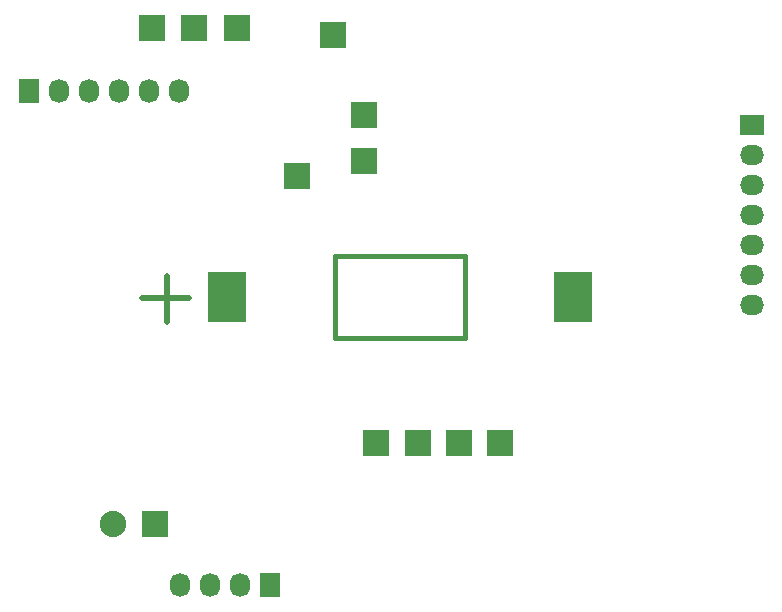
<source format=gbr>
G04 #@! TF.FileFunction,Soldermask,Bot*
%FSLAX46Y46*%
G04 Gerber Fmt 4.6, Leading zero omitted, Abs format (unit mm)*
G04 Created by KiCad (PCBNEW (2015-04-17 BZR 5609)-product) date Friday, 04 September 2015 01:48:52 pm*
%MOMM*%
G01*
G04 APERTURE LIST*
%ADD10C,0.100000*%
%ADD11C,0.400000*%
%ADD12C,0.500000*%
%ADD13C,2.235200*%
%ADD14R,1.727200X2.032000*%
%ADD15O,1.727200X2.032000*%
%ADD16R,2.235200X2.235200*%
%ADD17R,2.032000X1.727200*%
%ADD18O,2.032000X1.727200*%
%ADD19R,3.200000X4.200000*%
G04 APERTURE END LIST*
D10*
D11*
X156501200Y-110484800D02*
X156501200Y-103484800D01*
X156501200Y-110484800D02*
X167501200Y-110484800D01*
X167501200Y-103484800D02*
X167501200Y-110484800D01*
X156501200Y-103484800D02*
X167501200Y-103484800D01*
D12*
X140201200Y-107084800D02*
X144201200Y-107084800D01*
X142301200Y-109084800D02*
X142301200Y-105184800D01*
D13*
X137769600Y-126187200D03*
D14*
X130606800Y-89509600D03*
D15*
X133146800Y-89509600D03*
X135686800Y-89509600D03*
X138226800Y-89509600D03*
X140766800Y-89509600D03*
X143306800Y-89509600D03*
D16*
X160020000Y-119329200D03*
X163525200Y-119329200D03*
X167030400Y-119329200D03*
X170535600Y-119329200D03*
X159000000Y-91600000D03*
X156400000Y-84800000D03*
X148200000Y-84200000D03*
X144600000Y-84200000D03*
X141000000Y-84200000D03*
X159004000Y-95504000D03*
D14*
X151000000Y-131400000D03*
D15*
X148460000Y-131400000D03*
X145920000Y-131400000D03*
X143380000Y-131400000D03*
D16*
X141274800Y-126187200D03*
D17*
X191800000Y-92400000D03*
D18*
X191800000Y-94940000D03*
X191800000Y-97480000D03*
X191800000Y-100020000D03*
X191800000Y-102560000D03*
X191800000Y-105100000D03*
X191800000Y-107640000D03*
D19*
X147381200Y-106984800D03*
X176651200Y-106984800D03*
D16*
X153314400Y-96774000D03*
M02*

</source>
